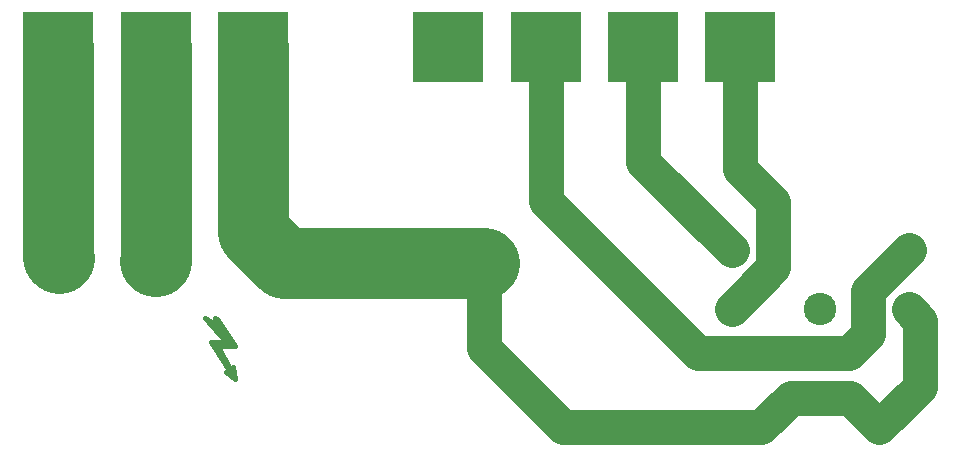
<source format=gbr>
G04 #@! TF.GenerationSoftware,KiCad,Pcbnew,(5.1.4-0-10_14)*
G04 #@! TF.CreationDate,2020-01-18T08:01:12-05:00*
G04 #@! TF.ProjectId,rt65b-breakout,72743635-622d-4627-9265-616b6f75742e,rev?*
G04 #@! TF.SameCoordinates,Original*
G04 #@! TF.FileFunction,Copper,L2,Bot*
G04 #@! TF.FilePolarity,Positive*
%FSLAX46Y46*%
G04 Gerber Fmt 4.6, Leading zero omitted, Abs format (unit mm)*
G04 Created by KiCad (PCBNEW (5.1.4-0-10_14)) date 2020-01-18 08:01:12*
%MOMM*%
%LPD*%
G04 APERTURE LIST*
%ADD10C,0.381000*%
%ADD11C,2.750000*%
%ADD12C,2.500000*%
%ADD13C,0.800000*%
%ADD14R,6.000000X6.000000*%
%ADD15C,3.000000*%
%ADD16C,6.000000*%
G04 APERTURE END LIST*
D10*
X127927000Y-71924000D02*
X128054000Y-71416000D01*
X126784000Y-69638000D02*
X127927000Y-71924000D01*
X128181000Y-69638000D02*
X126784000Y-69638000D01*
X126657000Y-67352000D02*
X128181000Y-69638000D01*
X126403000Y-67733000D02*
X126530000Y-67225000D01*
X125641000Y-67225000D02*
X126403000Y-67733000D01*
X127419000Y-69257000D02*
X125641000Y-67225000D01*
X126149000Y-69257000D02*
X127419000Y-69257000D01*
X127927000Y-72051000D02*
X126149000Y-69257000D01*
X127419000Y-71797000D02*
X127927000Y-72051000D01*
X128181000Y-72432000D02*
X127419000Y-71797000D01*
X128054000Y-71416000D02*
X128181000Y-72432000D01*
X127800000Y-69511000D02*
X126530000Y-69511000D01*
X126403000Y-67606000D02*
X127800000Y-69511000D01*
D11*
X185250000Y-61500000D03*
X170250000Y-61500000D03*
X182750000Y-64000000D03*
X172750000Y-64000000D03*
X185250000Y-66500000D03*
X170250000Y-66500000D03*
X177750000Y-66500000D03*
D12*
X182750000Y-76500000D03*
X172750000Y-76500000D03*
X177750000Y-74000000D03*
X149260000Y-62550000D03*
X121320000Y-62550000D03*
X113700000Y-62550000D03*
D13*
X172590990Y-42659010D03*
X171000000Y-42000000D03*
X169409010Y-42659010D03*
X168750000Y-44250000D03*
X169409010Y-45840990D03*
X171000000Y-46500000D03*
X172590990Y-45840990D03*
X173250000Y-44250000D03*
D14*
X171000000Y-44250000D03*
X113250000Y-44250000D03*
D13*
X115500000Y-44250000D03*
X114840990Y-45840990D03*
X113250000Y-46500000D03*
X111659010Y-45840990D03*
X111000000Y-44250000D03*
X111659010Y-42659010D03*
X113250000Y-42000000D03*
X114840990Y-42659010D03*
D14*
X129750000Y-44250000D03*
D13*
X132000000Y-44250000D03*
X131340990Y-45840990D03*
X129750000Y-46500000D03*
X128159010Y-45840990D03*
X127500000Y-44250000D03*
X128159010Y-42659010D03*
X129750000Y-42000000D03*
X131340990Y-42659010D03*
D14*
X121500000Y-44250000D03*
D13*
X123750000Y-44250000D03*
X123090990Y-45840990D03*
X121500000Y-46500000D03*
X119909010Y-45840990D03*
X119250000Y-44250000D03*
X119909010Y-42659010D03*
X121500000Y-42000000D03*
X123090990Y-42659010D03*
D14*
X162750000Y-44250000D03*
D13*
X165000000Y-44250000D03*
X164340990Y-45840990D03*
X162750000Y-46500000D03*
X161159010Y-45840990D03*
X160500000Y-44250000D03*
X161159010Y-42659010D03*
X162750000Y-42000000D03*
X164340990Y-42659010D03*
D14*
X146250000Y-44250000D03*
D13*
X148500000Y-44250000D03*
X147840990Y-45840990D03*
X146250000Y-46500000D03*
X144659010Y-45840990D03*
X144000000Y-44250000D03*
X144659010Y-42659010D03*
X146250000Y-42000000D03*
X147840990Y-42659010D03*
D14*
X154500000Y-44250000D03*
D13*
X156750000Y-44250000D03*
X156090990Y-45840990D03*
X154500000Y-46500000D03*
X152909010Y-45840990D03*
X152250000Y-44250000D03*
X152909010Y-42659010D03*
X154500000Y-42000000D03*
X156090990Y-42659010D03*
D15*
X149260000Y-62550000D02*
X149260000Y-69760000D01*
X156000000Y-76500000D02*
X172750000Y-76500000D01*
X149260000Y-69760000D02*
X156000000Y-76500000D01*
X175250000Y-74000000D02*
X172750000Y-76500000D01*
X177750000Y-74000000D02*
X175250000Y-74000000D01*
X180250000Y-74000000D02*
X182750000Y-76500000D01*
X177750000Y-74000000D02*
X180250000Y-74000000D01*
X186200000Y-67450000D02*
X185250000Y-66500000D01*
X186200000Y-73050000D02*
X186200000Y-67450000D01*
X182750000Y-76500000D02*
X186200000Y-73050000D01*
D16*
X129750000Y-59950000D02*
X129750000Y-44250000D01*
X132350000Y-62550000D02*
X129750000Y-59950000D01*
X149260000Y-62550000D02*
X132350000Y-62550000D01*
D15*
X185250000Y-61500000D02*
X182750000Y-64000000D01*
X167400000Y-70200000D02*
X154500000Y-57300000D01*
X181800000Y-68600000D02*
X180200000Y-70200000D01*
X181800000Y-64950000D02*
X181800000Y-68600000D01*
X154500000Y-57300000D02*
X154500000Y-44250000D01*
X180200000Y-70200000D02*
X167400000Y-70200000D01*
X182750000Y-64000000D02*
X181800000Y-64950000D01*
X162750000Y-54000000D02*
X162750000Y-44250000D01*
X170250000Y-61500000D02*
X162750000Y-54000000D01*
X173800000Y-62950000D02*
X171624999Y-65125001D01*
X173800000Y-57400000D02*
X173800000Y-62950000D01*
X171000000Y-54600000D02*
X173800000Y-57400000D01*
X171624999Y-65125001D02*
X170250000Y-66500000D01*
X171000000Y-44250000D02*
X171000000Y-54600000D01*
D16*
X113250000Y-62100000D02*
X113274990Y-62124990D01*
X113250000Y-44250000D02*
X113250000Y-62100000D01*
X121500000Y-62370000D02*
X121475010Y-62394990D01*
X121500000Y-44250000D02*
X121500000Y-62370000D01*
M02*

</source>
